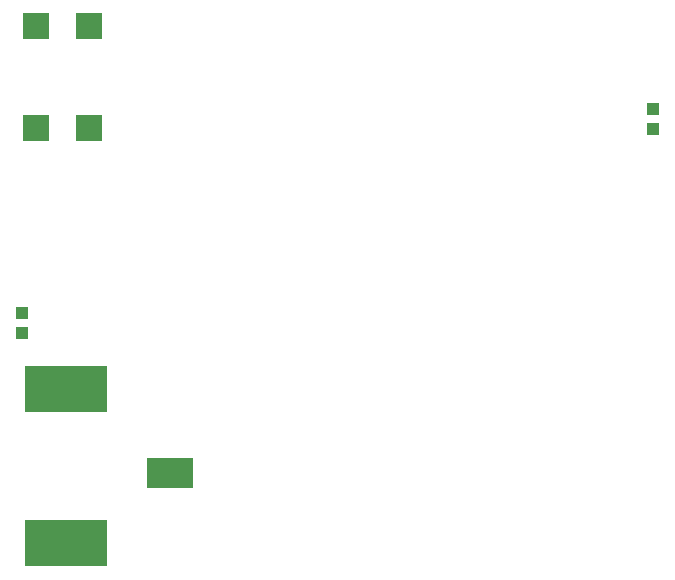
<source format=gbr>
G04 EAGLE Gerber RS-274X export*
G75*
%MOMM*%
%FSLAX34Y34*%
%LPD*%
%INSolderpaste Top*%
%IPPOS*%
%AMOC8*
5,1,8,0,0,1.08239X$1,22.5*%
G01*
%ADD10R,4.000000X2.500000*%
%ADD11R,7.000000X4.000000*%
%ADD12R,1.000000X1.100000*%
%ADD13R,2.200000X2.200000*%


D10*
X497900Y349600D03*
D11*
X410400Y420600D03*
X410400Y290600D03*
D12*
X372872Y468004D03*
X372872Y485004D03*
D13*
X429758Y727530D03*
X384758Y727530D03*
X384758Y641530D03*
X429758Y641530D03*
D12*
X907288Y657978D03*
X907288Y640978D03*
M02*

</source>
